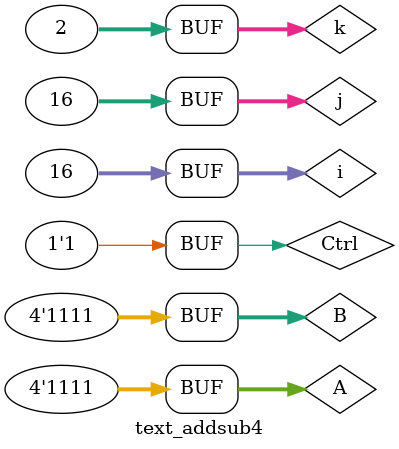
<source format=v>
`timescale 1ns / 1ps


module text_addsub4;

	// Inputs
	reg Ctrl;
	reg [3:0] B;
	reg [3:0] A;

	// Outputs
	wire [3:0] S;
	wire Co;

	// Instantiate the Unit Under Test (UUT)
	AddSub4b uut (
		.Ctrl(Ctrl), 
		.B(B), 
		.A(A), 
		.S(S), 
		.Co(Co)
	);	

	integer i,j,k;
	initial begin
		// Initialize Inputs
		for(i=0; i<16; i=i+1)
			begin
			for(j=0;j<16;j=j+1)
				begin
				A=i;
				B=j;
				for(k=0;k<2;k=k+1)
					begin
					Ctrl=k;
					#50;
					end
				end
			end
	end     
      
endmodule


</source>
